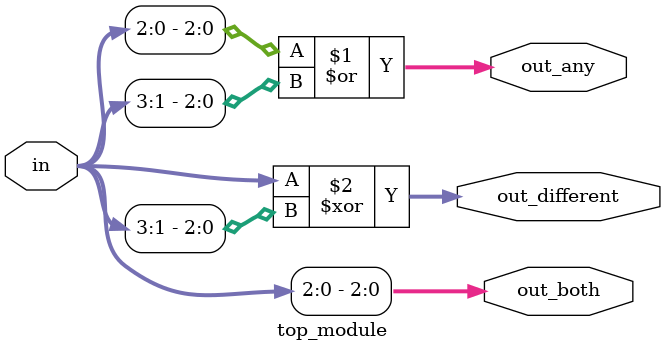
<source format=sv>
module top_module (
    input [3:0] in,
    output [2:0] out_both,
    output [3:0] out_any,
    output [3:0] out_different
);

assign out_both = in[2:0];
assign out_any = in[2:0] | in[3:1];
assign out_different = in ^ in[3:1];

endmodule

</source>
